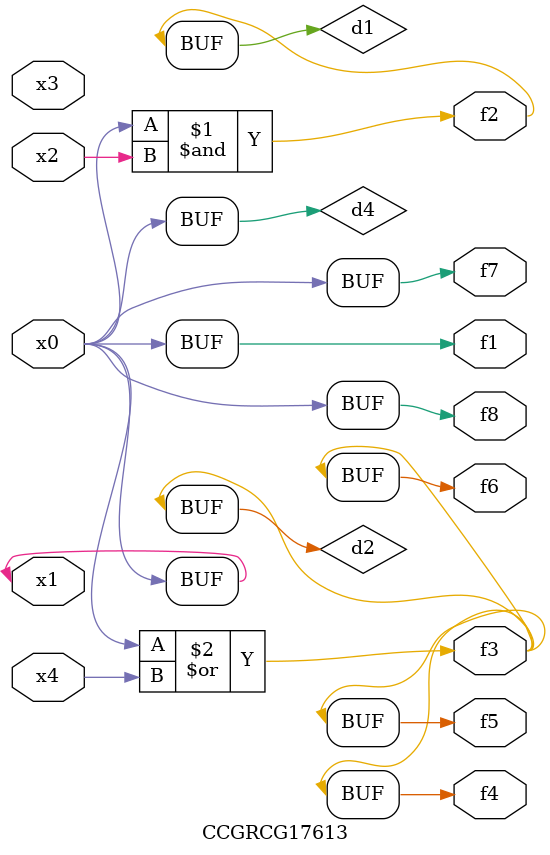
<source format=v>
module CCGRCG17613(
	input x0, x1, x2, x3, x4,
	output f1, f2, f3, f4, f5, f6, f7, f8
);

	wire d1, d2, d3, d4;

	and (d1, x0, x2);
	or (d2, x0, x4);
	nand (d3, x0, x2);
	buf (d4, x0, x1);
	assign f1 = d4;
	assign f2 = d1;
	assign f3 = d2;
	assign f4 = d2;
	assign f5 = d2;
	assign f6 = d2;
	assign f7 = d4;
	assign f8 = d4;
endmodule

</source>
